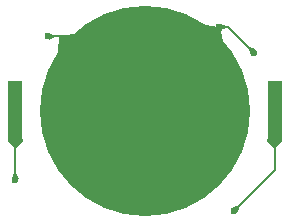
<source format=gbl>
%TF.GenerationSoftware,KiCad,Pcbnew,8.0.3*%
%TF.CreationDate,2025-03-09T13:34:34-05:00*%
%TF.ProjectId,HearingAid_RightV3,48656172-696e-4674-9169-645f52696768,rev?*%
%TF.SameCoordinates,Original*%
%TF.FileFunction,Copper,L2,Bot*%
%TF.FilePolarity,Positive*%
%FSLAX46Y46*%
G04 Gerber Fmt 4.6, Leading zero omitted, Abs format (unit mm)*
G04 Created by KiCad (PCBNEW 8.0.3) date 2025-03-09 13:34:34*
%MOMM*%
%LPD*%
G01*
G04 APERTURE LIST*
%TA.AperFunction,SMDPad,CuDef*%
%ADD10R,1.270000X5.080000*%
%TD*%
%TA.AperFunction,SMDPad,CuDef*%
%ADD11C,17.800000*%
%TD*%
%TA.AperFunction,ViaPad*%
%ADD12C,0.600000*%
%TD*%
%TA.AperFunction,Conductor*%
%ADD13C,0.127000*%
%TD*%
G04 APERTURE END LIST*
D10*
%TO.P,BT1,1,+*%
%TO.N,B+*%
X126895000Y-70463630D03*
X104925000Y-70463630D03*
D11*
%TO.P,BT1,2,-*%
%TO.N,B-*%
X115910000Y-70463630D03*
%TD*%
D12*
%TO.N,B-*%
X107700000Y-64180000D03*
X122220000Y-63380000D03*
X125150000Y-65570000D03*
%TO.N,B+*%
X104950000Y-76350000D03*
X123480000Y-78930000D03*
%TD*%
D13*
%TO.N,B-*%
X107700000Y-64180000D02*
X109626370Y-64180000D01*
X125150000Y-65570000D02*
X122960000Y-63380000D01*
X122220000Y-63380000D02*
X122220000Y-64153630D01*
X122960000Y-63380000D02*
X122220000Y-63380000D01*
X109626370Y-64180000D02*
X115910000Y-70463630D01*
X122220000Y-64153630D02*
X115910000Y-70463630D01*
%TO.N,B+*%
X126895000Y-75515000D02*
X126895000Y-70463630D01*
X123480000Y-78930000D02*
X126895000Y-75515000D01*
X104925000Y-76325000D02*
X104925000Y-70463630D01*
X104950000Y-76350000D02*
X104925000Y-76325000D01*
%TD*%
%TA.AperFunction,Conductor*%
%TO.N,B-*%
G36*
X109873733Y-63950431D02*
G01*
X109875212Y-63951774D01*
X111281382Y-65468855D01*
X115840791Y-70387883D01*
X115843902Y-70396281D01*
X115840164Y-70404418D01*
X115831766Y-70407529D01*
X115825626Y-70405509D01*
X108574116Y-65468855D01*
X108569205Y-65461366D01*
X108569006Y-65458813D01*
X108608313Y-64243500D01*
X108608313Y-64126736D01*
X108611740Y-64118463D01*
X108618456Y-64115141D01*
X109865079Y-63948133D01*
X109873733Y-63950431D01*
G37*
%TD.AperFunction*%
%TD*%
%TA.AperFunction,Conductor*%
%TO.N,B-*%
G36*
X107825514Y-63907554D02*
G01*
X107825718Y-63907642D01*
X108293015Y-64113424D01*
X108299206Y-64119895D01*
X108300000Y-64124132D01*
X108300000Y-64235867D01*
X108296573Y-64244140D01*
X108293015Y-64246575D01*
X107825718Y-64452357D01*
X107816766Y-64452555D01*
X107810295Y-64446364D01*
X107810207Y-64446160D01*
X107726816Y-64246575D01*
X107700883Y-64184509D01*
X107700857Y-64175556D01*
X107700862Y-64175542D01*
X107810208Y-63913837D01*
X107816559Y-63907527D01*
X107825514Y-63907554D01*
G37*
%TD.AperFunction*%
%TD*%
%TA.AperFunction,Conductor*%
%TO.N,B-*%
G36*
X122486160Y-63490207D02*
G01*
X122492472Y-63496559D01*
X122492445Y-63505514D01*
X122492357Y-63505718D01*
X122286576Y-63973015D01*
X122280105Y-63979206D01*
X122275868Y-63980000D01*
X122164132Y-63980000D01*
X122155859Y-63976573D01*
X122153424Y-63973015D01*
X121947642Y-63505718D01*
X121947444Y-63496766D01*
X121953635Y-63490295D01*
X121953786Y-63490229D01*
X122215490Y-63380883D01*
X122224444Y-63380857D01*
X122486160Y-63490207D01*
G37*
%TD.AperFunction*%
%TD*%
%TA.AperFunction,Conductor*%
%TO.N,B+*%
G36*
X104935032Y-70504867D02*
G01*
X104936351Y-70508051D01*
X105558490Y-72997591D01*
X105557171Y-73006449D01*
X105555836Y-73008255D01*
X104991986Y-73634757D01*
X104983904Y-73638614D01*
X104983289Y-73638630D01*
X104866711Y-73638630D01*
X104858438Y-73635203D01*
X104858014Y-73634757D01*
X104294163Y-73008255D01*
X104291176Y-72999813D01*
X104291509Y-72997591D01*
X104913649Y-70508051D01*
X104918979Y-70500856D01*
X104927837Y-70499537D01*
X104935032Y-70504867D01*
G37*
%TD.AperFunction*%
%TD*%
%TA.AperFunction,Conductor*%
%TO.N,B+*%
G36*
X126905032Y-70504867D02*
G01*
X126906351Y-70508051D01*
X127528490Y-72997591D01*
X127527171Y-73006449D01*
X127525836Y-73008255D01*
X126961986Y-73634757D01*
X126953904Y-73638614D01*
X126953289Y-73638630D01*
X126836711Y-73638630D01*
X126828438Y-73635203D01*
X126828014Y-73634757D01*
X126264163Y-73008255D01*
X126261176Y-72999813D01*
X126261509Y-72997591D01*
X126883649Y-70508051D01*
X126888979Y-70500856D01*
X126897837Y-70499537D01*
X126905032Y-70504867D01*
G37*
%TD.AperFunction*%
%TD*%
%TA.AperFunction,Conductor*%
%TO.N,B-*%
G36*
X122345514Y-63107554D02*
G01*
X122345718Y-63107642D01*
X122813015Y-63313424D01*
X122819206Y-63319895D01*
X122820000Y-63324132D01*
X122820000Y-63435867D01*
X122816573Y-63444140D01*
X122813015Y-63446575D01*
X122345718Y-63652357D01*
X122336766Y-63652555D01*
X122330295Y-63646364D01*
X122330207Y-63646160D01*
X122246816Y-63446575D01*
X122220883Y-63384509D01*
X122220857Y-63375556D01*
X122220862Y-63375542D01*
X122330208Y-63113837D01*
X122336559Y-63107527D01*
X122345514Y-63107554D01*
G37*
%TD.AperFunction*%
%TD*%
%TA.AperFunction,Conductor*%
%TO.N,B+*%
G36*
X123861200Y-78463796D02*
G01*
X123864758Y-78466231D01*
X123943768Y-78545241D01*
X123947195Y-78553514D01*
X123946401Y-78557751D01*
X123761482Y-79033689D01*
X123755291Y-79040160D01*
X123746339Y-79040358D01*
X123746132Y-79040275D01*
X123483815Y-78932563D01*
X123477463Y-78926251D01*
X123477436Y-78926184D01*
X123369724Y-78663867D01*
X123369751Y-78654912D01*
X123376103Y-78648600D01*
X123376274Y-78648531D01*
X123852250Y-78463598D01*
X123861200Y-78463796D01*
G37*
%TD.AperFunction*%
%TD*%
%TA.AperFunction,Conductor*%
%TO.N,B-*%
G36*
X124777747Y-65103597D02*
G01*
X125253689Y-65288517D01*
X125260160Y-65294708D01*
X125260358Y-65303660D01*
X125260275Y-65303867D01*
X125152563Y-65566184D01*
X125146251Y-65572536D01*
X125146184Y-65572563D01*
X124883867Y-65680275D01*
X124874912Y-65680248D01*
X124868600Y-65673896D01*
X124868517Y-65673689D01*
X124829226Y-65572563D01*
X124683598Y-65197749D01*
X124683796Y-65188799D01*
X124686228Y-65185244D01*
X124765242Y-65106230D01*
X124773514Y-65102804D01*
X124777747Y-65103597D01*
G37*
%TD.AperFunction*%
%TD*%
%TA.AperFunction,Conductor*%
%TO.N,B-*%
G36*
X121606995Y-63295235D02*
G01*
X122156496Y-63380000D01*
X122156500Y-63380000D01*
X122274000Y-63380000D01*
X122282273Y-63383427D01*
X122285451Y-63389298D01*
X122525301Y-64532579D01*
X122523646Y-64541379D01*
X122521655Y-64543697D01*
X115986933Y-70395734D01*
X115978484Y-70398700D01*
X115970412Y-70394823D01*
X115967446Y-70386374D01*
X115969571Y-70380269D01*
X121030777Y-63212910D01*
X121038347Y-63208131D01*
X121042113Y-63208098D01*
X121606995Y-63295235D01*
G37*
%TD.AperFunction*%
%TD*%
%TA.AperFunction,Conductor*%
%TO.N,B+*%
G36*
X104989523Y-75758400D02*
G01*
X104991727Y-75761466D01*
X105221604Y-76224007D01*
X105222218Y-76232941D01*
X105216334Y-76239691D01*
X105215638Y-76240010D01*
X104954511Y-76349115D01*
X104945556Y-76349142D01*
X104945489Y-76349115D01*
X104683402Y-76239609D01*
X104677090Y-76233257D01*
X104677023Y-76224537D01*
X104858584Y-75762394D01*
X104864799Y-75755948D01*
X104869474Y-75754973D01*
X104981250Y-75754973D01*
X104989523Y-75758400D01*
G37*
%TD.AperFunction*%
%TD*%
M02*

</source>
